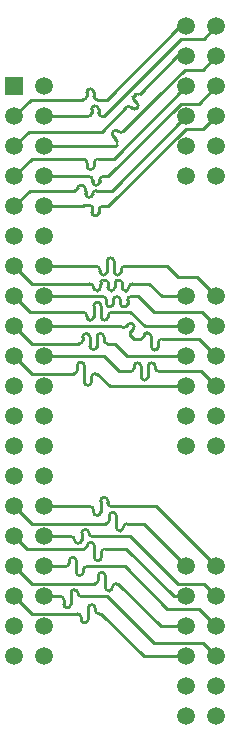
<source format=gbr>
%TF.GenerationSoftware,KiCad,Pcbnew,6.0.4-6f826c9f35~116~ubuntu20.04.1*%
%TF.CreationDate,2022-04-22T17:38:49+02:00*%
%TF.ProjectId,Pmod-Alinx,506d6f64-2d41-46c6-996e-782e6b696361,rev?*%
%TF.SameCoordinates,Original*%
%TF.FileFunction,Copper,L1,Top*%
%TF.FilePolarity,Positive*%
%FSLAX46Y46*%
G04 Gerber Fmt 4.6, Leading zero omitted, Abs format (unit mm)*
G04 Created by KiCad (PCBNEW 6.0.4-6f826c9f35~116~ubuntu20.04.1) date 2022-04-22 17:38:49*
%MOMM*%
%LPD*%
G01*
G04 APERTURE LIST*
%TA.AperFunction,ComponentPad*%
%ADD10C,1.500000*%
%TD*%
%TA.AperFunction,ComponentPad*%
%ADD11R,1.500000X1.500000*%
%TD*%
%TA.AperFunction,Conductor*%
%ADD12C,0.250000*%
%TD*%
G04 APERTURE END LIST*
D10*
%TO.P,U1,1,VCC*%
%TO.N,/Pmod2_6*%
X128730000Y-79650000D03*
%TO.P,U1,2,GND*%
%TO.N,/Pmod2_4*%
X128730000Y-82190000D03*
%TO.P,U1,3,1*%
%TO.N,/Pmod2_2*%
X128730000Y-84730000D03*
%TO.P,U1,4,2*%
%TO.N,/Pmod2_0*%
X128730000Y-87270000D03*
%TO.P,U1,5,3*%
%TO.N,GND*%
X128730000Y-89810000D03*
%TO.P,U1,6,4*%
%TO.N,+3V3*%
X128730000Y-92350000D03*
%TO.P,U1,7,5*%
X131270000Y-92350000D03*
%TO.P,U1,8,6*%
%TO.N,GND*%
X131270000Y-89810000D03*
%TO.P,U1,9,7*%
%TO.N,/Pmod2_1*%
X131270000Y-87270000D03*
%TO.P,U1,10,8*%
%TO.N,/Pmod2_3*%
X131270000Y-84730000D03*
%TO.P,U1,11,GND*%
%TO.N,/Pmod2_5*%
X131270000Y-82190000D03*
%TO.P,U1,12,VCC*%
%TO.N,/Pmod2_7*%
X131270000Y-79650000D03*
%TD*%
%TO.P,U2,1,VCC*%
%TO.N,/Pmod3_6*%
X128730000Y-102510000D03*
%TO.P,U2,2,GND*%
%TO.N,/Pmod3_4*%
X128730000Y-105050000D03*
%TO.P,U2,3,1*%
%TO.N,/Pmod3_2*%
X128730000Y-107590000D03*
%TO.P,U2,4,2*%
%TO.N,/Pmod3_0*%
X128730000Y-110130000D03*
%TO.P,U2,5,3*%
%TO.N,GND*%
X128730000Y-112670000D03*
%TO.P,U2,6,4*%
%TO.N,+3V3*%
X128730000Y-115210000D03*
%TO.P,U2,7,5*%
X131270000Y-115210000D03*
%TO.P,U2,8,6*%
%TO.N,GND*%
X131270000Y-112670000D03*
%TO.P,U2,9,7*%
%TO.N,/Pmod3_1*%
X131270000Y-110130000D03*
%TO.P,U2,10,8*%
%TO.N,/Pmod3_3*%
X131270000Y-107590000D03*
%TO.P,U2,11,GND*%
%TO.N,/Pmod3_5*%
X131270000Y-105050000D03*
%TO.P,U2,12,VCC*%
%TO.N,/Pmod3_7*%
X131270000Y-102510000D03*
%TD*%
D11*
%TO.P,U4,1,GND*%
%TO.N,GND*%
X114170000Y-61870000D03*
D10*
%TO.P,U4,2,VCC_5V*%
%TO.N,unconnected-(U4-Pad2)*%
X116710000Y-61870000D03*
%TO.P,U4,3,IO2_1N*%
%TO.N,/Pmod1_6*%
X114170000Y-64410000D03*
%TO.P,U4,4,IO2_1P*%
%TO.N,/Pmod1_7*%
X116710000Y-64410000D03*
%TO.P,U4,5,IO2_2N*%
%TO.N,/Pmod1_4*%
X114170000Y-66950000D03*
%TO.P,U4,6,IO2_2P*%
%TO.N,/Pmod1_5*%
X116710000Y-66950000D03*
%TO.P,U4,7,IO2_3N*%
%TO.N,/Pmod1_2*%
X114170000Y-69490000D03*
%TO.P,U4,8,IO2_3P*%
%TO.N,/Pmod1_3*%
X116710000Y-69490000D03*
%TO.P,U4,9,IO2_4N*%
%TO.N,/Pmod1_0*%
X114170000Y-72030000D03*
%TO.P,U4,10,IO2_4P*%
%TO.N,/Pmod1_1*%
X116710000Y-72030000D03*
%TO.P,U4,11,IO2_5N*%
%TO.N,unconnected-(U4-Pad11)*%
X114170000Y-74570000D03*
%TO.P,U4,12,IO2_5P*%
%TO.N,unconnected-(U4-Pad12)*%
X116710000Y-74570000D03*
%TO.P,U4,13,IO2_6N*%
%TO.N,/Pmod2_6*%
X114170000Y-77110000D03*
%TO.P,U4,14,IO2_6P*%
%TO.N,/Pmod2_7*%
X116710000Y-77110000D03*
%TO.P,U4,15,IO2_7N*%
%TO.N,/Pmod2_4*%
X114170000Y-79650000D03*
%TO.P,U4,16,IO2_7P*%
%TO.N,/Pmod2_5*%
X116710000Y-79650000D03*
%TO.P,U4,17,IO2_8N*%
%TO.N,/Pmod2_2*%
X114170000Y-82190000D03*
%TO.P,U4,18,IO2_8P*%
%TO.N,/Pmod2_3*%
X116710000Y-82190000D03*
%TO.P,U4,19,IO2_9N*%
%TO.N,/Pmod2_0*%
X114170000Y-84730000D03*
%TO.P,U4,20,IO2_9P*%
%TO.N,/Pmod2_1*%
X116710000Y-84730000D03*
%TO.P,U4,21,IO2_10N*%
%TO.N,unconnected-(U4-Pad21)*%
X114170000Y-87270000D03*
%TO.P,U4,22,IO2_10P*%
%TO.N,unconnected-(U4-Pad22)*%
X116710000Y-87270000D03*
%TO.P,U4,23,IO2_11N*%
%TO.N,unconnected-(U4-Pad23)*%
X114170000Y-89810000D03*
%TO.P,U4,24,IO2_11P*%
%TO.N,unconnected-(U4-Pad24)*%
X116710000Y-89810000D03*
%TO.P,U4,25,IO2_12N*%
%TO.N,unconnected-(U4-Pad25)*%
X114170000Y-92350000D03*
%TO.P,U4,26,IO2_12P*%
%TO.N,unconnected-(U4-Pad26)*%
X116710000Y-92350000D03*
%TO.P,U4,27,IO2_13N*%
%TO.N,unconnected-(U4-Pad27)*%
X114170000Y-94890000D03*
%TO.P,U4,28,IO2_13P*%
%TO.N,unconnected-(U4-Pad28)*%
X116710000Y-94890000D03*
%TO.P,U4,29,IO2_14N*%
%TO.N,/Pmod3_6*%
X114170000Y-97430000D03*
%TO.P,U4,30,IO2_14P*%
%TO.N,/Pmod3_7*%
X116710000Y-97430000D03*
%TO.P,U4,31,IO2_15N*%
%TO.N,/Pmod3_4*%
X114170000Y-99970000D03*
%TO.P,U4,32,IO2_15P*%
%TO.N,/Pmod3_5*%
X116710000Y-99970000D03*
%TO.P,U4,33,IO2_16N*%
%TO.N,/Pmod3_2*%
X114170000Y-102510000D03*
%TO.P,U4,34,IO2_16P*%
%TO.N,/Pmod3_3*%
X116710000Y-102510000D03*
%TO.P,U4,35,IO2_17N*%
%TO.N,/Pmod3_0*%
X114170000Y-105050000D03*
%TO.P,U4,36,IO2_17P*%
%TO.N,/Pmod3_1*%
X116710000Y-105050000D03*
%TO.P,U4,37,GND*%
%TO.N,GND*%
X114170000Y-107590000D03*
%TO.P,U4,38,GND*%
X116710000Y-107590000D03*
%TO.P,U4,39,VCC_33*%
%TO.N,+3V3*%
X114170000Y-110130000D03*
%TO.P,U4,40,VCC_33*%
X116710000Y-110130000D03*
%TD*%
%TO.P,U3,1,VCC*%
%TO.N,/Pmod1_6*%
X128730000Y-56790000D03*
%TO.P,U3,2,GND*%
%TO.N,/Pmod1_4*%
X128730000Y-59330000D03*
%TO.P,U3,3,1*%
%TO.N,/Pmod1_2*%
X128730000Y-61870000D03*
%TO.P,U3,4,2*%
%TO.N,/Pmod1_0*%
X128730000Y-64410000D03*
%TO.P,U3,5,3*%
%TO.N,GND*%
X128730000Y-66950000D03*
%TO.P,U3,6,4*%
%TO.N,+3V3*%
X128730000Y-69490000D03*
%TO.P,U3,7,5*%
X131270000Y-69490000D03*
%TO.P,U3,8,6*%
%TO.N,GND*%
X131270000Y-66950000D03*
%TO.P,U3,9,7*%
%TO.N,/Pmod1_1*%
X131270000Y-64410000D03*
%TO.P,U3,10,8*%
%TO.N,/Pmod1_3*%
X131270000Y-61870000D03*
%TO.P,U3,11,GND*%
%TO.N,/Pmod1_5*%
X131270000Y-59330000D03*
%TO.P,U3,12,VCC*%
%TO.N,/Pmod1_7*%
X131270000Y-56790000D03*
%TD*%
D12*
%TO.N,/Pmod1_0*%
X120800000Y-70982034D02*
X120800000Y-70982033D01*
X115500000Y-70700000D02*
X119300000Y-70700000D01*
X122440000Y-70700000D02*
X128730000Y-64410000D01*
X120200000Y-70700000D02*
X120200000Y-70982034D01*
X119764066Y-70235933D02*
X119900000Y-70235933D01*
X120132033Y-70700000D02*
X120200000Y-70700000D01*
X121082033Y-70700000D02*
X122350000Y-70700000D01*
X122350000Y-70700000D02*
X122440000Y-70700000D01*
X120482033Y-71264067D02*
X120517967Y-71264067D01*
X119532033Y-70467967D02*
X119532033Y-70467966D01*
X114170000Y-72030000D02*
X115500000Y-70700000D01*
X120132033Y-70467966D02*
X120132033Y-70467967D01*
X120132033Y-70467967D02*
X120132033Y-70700000D01*
X120482033Y-71264000D02*
G75*
G02*
X120200000Y-70982034I-33J282000D01*
G01*
X120132067Y-70467966D02*
G75*
G03*
X119900000Y-70235933I-232067J-34D01*
G01*
X119532000Y-70467967D02*
G75*
G02*
X119300000Y-70700000I-232000J-33D01*
G01*
X121082033Y-70700000D02*
G75*
G03*
X120800000Y-70982033I-33J-282000D01*
G01*
X119764066Y-70235933D02*
G75*
G03*
X119532033Y-70467966I34J-232067D01*
G01*
X120800067Y-70982034D02*
G75*
G02*
X120517967Y-71264067I-282067J34D01*
G01*
%TO.N,/Pmod1_2*%
X121224511Y-68024511D02*
X122575489Y-68024511D01*
X115635489Y-68024511D02*
X120024511Y-68024511D01*
X120324511Y-68324511D02*
X120324511Y-68623899D01*
X120924511Y-68623899D02*
X120924511Y-68324511D01*
X114170000Y-69490000D02*
X115635489Y-68024511D01*
X122575489Y-68024511D02*
X128730000Y-61870000D01*
X120924499Y-68623899D02*
G75*
G02*
X120624511Y-68923899I-299999J-1D01*
G01*
X120324489Y-68324511D02*
G75*
G03*
X120024511Y-68024511I-299989J11D01*
G01*
X120624511Y-68923889D02*
G75*
G02*
X120324511Y-68623899I-11J299989D01*
G01*
X121224511Y-68024511D02*
G75*
G03*
X120924511Y-68324511I-11J-299989D01*
G01*
%TO.N,/Pmod1_4*%
X127970000Y-59330000D02*
X128730000Y-59330000D01*
X124622695Y-62501373D02*
X124622697Y-62501372D01*
X121600000Y-65700000D02*
X123650000Y-63650000D01*
X124568395Y-63295602D02*
X124198431Y-62925637D01*
X124198432Y-62749703D02*
X124446763Y-62501373D01*
X124074264Y-63650000D02*
X124144131Y-63719867D01*
X124798630Y-62501374D02*
X127970000Y-59330000D01*
X124798630Y-62501373D02*
X124798630Y-62501374D01*
X124198430Y-62749704D02*
X124198432Y-62749703D01*
X124622697Y-62501372D02*
X124622698Y-62501373D01*
X114170000Y-66950000D02*
X115420000Y-65700000D01*
X115420000Y-65700000D02*
X121600000Y-65700000D01*
X124568395Y-63295601D02*
X124568395Y-63295602D01*
X124568394Y-63719866D02*
G75*
G02*
X124144132Y-63719866I-212131J212131D01*
G01*
X124622694Y-62501374D02*
G75*
G03*
X124446764Y-62501374I-87965J-87961D01*
G01*
X124198460Y-62749734D02*
G75*
G03*
X124198431Y-62925637I87940J-87966D01*
G01*
X124568429Y-63295567D02*
G75*
G02*
X124568395Y-63719867I-212129J-212133D01*
G01*
X124798629Y-62501372D02*
G75*
G02*
X124622699Y-62501372I-87965J87961D01*
G01*
X124074263Y-63650001D02*
G75*
G03*
X123650001Y-63650001I-212131J-212131D01*
G01*
%TO.N,/Pmod1_6*%
X128210000Y-56790000D02*
X128730000Y-56790000D01*
X122000000Y-63000000D02*
X128210000Y-56790000D01*
X120900000Y-62372910D02*
X120900000Y-62700000D01*
X120300000Y-62700000D02*
X120300000Y-62372910D01*
X114170000Y-64410000D02*
X115580000Y-63000000D01*
X121200000Y-63000000D02*
X122000000Y-63000000D01*
X115580000Y-63000000D02*
X120000000Y-63000000D01*
X120300000Y-62700000D02*
G75*
G02*
X120000000Y-63000000I-300000J0D01*
G01*
X120899990Y-62372910D02*
G75*
G03*
X120600000Y-62072910I-299990J10D01*
G01*
X121200000Y-63000000D02*
G75*
G02*
X120900000Y-62700000I0J300000D01*
G01*
X120600000Y-62072900D02*
G75*
G03*
X120300000Y-62372910I0J-300000D01*
G01*
%TO.N,/Pmod1_7*%
X121739433Y-64410000D02*
X128284922Y-57864511D01*
X121310000Y-63810629D02*
X121310000Y-64110000D01*
X128284922Y-57864511D02*
X130195489Y-57864511D01*
X116710000Y-64410000D02*
X120410000Y-64410000D01*
X121610000Y-64410000D02*
X121660000Y-64410000D01*
X120710000Y-64110000D02*
X120710000Y-63810629D01*
X130195489Y-57864511D02*
X131270000Y-56790000D01*
X121660000Y-64410000D02*
X121739433Y-64410000D01*
X121010000Y-63510600D02*
G75*
G03*
X120710000Y-63810629I0J-300000D01*
G01*
X121610000Y-64410000D02*
G75*
G02*
X121310000Y-64110000I0J300000D01*
G01*
X121309971Y-63810629D02*
G75*
G03*
X121010000Y-63510629I-299971J29D01*
G01*
X120710000Y-64110000D02*
G75*
G02*
X120410000Y-64410000I-300000J0D01*
G01*
%TO.N,/Pmod1_5*%
X122423203Y-66950000D02*
X122423204Y-66950000D01*
X123403207Y-65677207D02*
X126359555Y-62720856D01*
X122715997Y-66949999D02*
X122715997Y-66950000D01*
X122766808Y-66313603D02*
X122544726Y-66091521D01*
X122968992Y-65667256D02*
X122978943Y-65677207D01*
X128580411Y-60500000D02*
X130100000Y-60500000D01*
X122968992Y-65667257D02*
X122968992Y-65667256D01*
X122715997Y-66950000D02*
X122847467Y-66818529D01*
X130100000Y-60500000D02*
X131270000Y-59330000D01*
X122701070Y-66379338D02*
X122766808Y-66313603D01*
X116710000Y-66950000D02*
X122130411Y-66950000D01*
X126359555Y-62720856D02*
X128580411Y-60500000D01*
X122847468Y-66525736D02*
X122847467Y-66525735D01*
X122847467Y-66525735D02*
X122701070Y-66379338D01*
X122847500Y-66525704D02*
G75*
G02*
X122847467Y-66818529I-146400J-146396D01*
G01*
X123403206Y-65677206D02*
G75*
G02*
X122978944Y-65677206I-212131J212131D01*
G01*
X122544738Y-65667269D02*
G75*
G03*
X122544727Y-66091520I212162J-212131D01*
G01*
X122715997Y-66949999D02*
G75*
G02*
X122423204Y-66950000I-146397J146399D01*
G01*
X122968991Y-65667258D02*
G75*
G03*
X122544727Y-65667258I-212132J-212130D01*
G01*
X122423202Y-66950001D02*
G75*
G03*
X122130412Y-66950001I-146395J-146396D01*
G01*
%TO.N,/Pmod1_3*%
X116710000Y-69490000D02*
X120490000Y-69490000D01*
X122130411Y-69490000D02*
X128284922Y-63335489D01*
X121390000Y-69940000D02*
X121390000Y-69790000D01*
X121690000Y-69490000D02*
X121740000Y-69490000D01*
X121740000Y-69490000D02*
X122130411Y-69490000D01*
X128284922Y-63335489D02*
X129804511Y-63335489D01*
X120790000Y-69790000D02*
X120790000Y-69940000D01*
X129804511Y-63335489D02*
X131270000Y-61870000D01*
X121390000Y-69940000D02*
G75*
G02*
X121090000Y-70240000I-300000J0D01*
G01*
X121690000Y-69490000D02*
G75*
G03*
X121390000Y-69790000I0J-300000D01*
G01*
X121090000Y-70240000D02*
G75*
G02*
X120790000Y-69940000I0J300000D01*
G01*
X120790000Y-69790000D02*
G75*
G03*
X120490000Y-69490000I-300000J0D01*
G01*
%TO.N,/Pmod1_1*%
X120720000Y-72030000D02*
X120720000Y-72545781D01*
X116710000Y-72030000D02*
X119970000Y-72030000D01*
X130180000Y-65500000D02*
X131270000Y-64410000D01*
X120627890Y-72030000D02*
X120720000Y-72030000D01*
X120085780Y-71914219D02*
X120570000Y-71914219D01*
X120627890Y-71972110D02*
X120627890Y-72030000D01*
X122130411Y-72030000D02*
X128660411Y-65500000D01*
X120627890Y-71972109D02*
X120627890Y-71972110D01*
X121320000Y-72545781D02*
X121320000Y-72330000D01*
X121620000Y-72030000D02*
X122130411Y-72030000D01*
X120027890Y-71972110D02*
X120027890Y-71972109D01*
X128660411Y-65500000D02*
X130180000Y-65500000D01*
X121020000Y-72845800D02*
G75*
G02*
X120720000Y-72545781I0J300000D01*
G01*
X120627881Y-71972109D02*
G75*
G03*
X120570000Y-71914219I-57881J9D01*
G01*
X121620000Y-72030000D02*
G75*
G03*
X121320000Y-72330000I0J-300000D01*
G01*
X120027900Y-71972110D02*
G75*
G02*
X119970000Y-72030000I-57900J10D01*
G01*
X120085780Y-71914190D02*
G75*
G03*
X120027890Y-71972109I20J-57910D01*
G01*
X121319981Y-72545781D02*
G75*
G02*
X121020000Y-72845781I-299981J-19D01*
G01*
%TO.N,/Pmod2_0*%
X120695489Y-86895489D02*
X120695489Y-86495489D01*
X120095489Y-85495489D02*
X120095489Y-85895489D01*
X115635489Y-86195489D02*
X119195489Y-86195489D01*
X114170000Y-84730000D02*
X115635489Y-86195489D01*
X120995489Y-86195489D02*
X121195489Y-86195489D01*
X122270000Y-87270000D02*
X128730000Y-87270000D01*
X120095489Y-85895489D02*
X120095489Y-86895489D01*
X119495489Y-85895489D02*
X119495489Y-85495489D01*
X121195489Y-86195489D02*
X122270000Y-87270000D01*
X120995489Y-86195489D02*
G75*
G03*
X120695489Y-86495489I11J-300011D01*
G01*
X120395489Y-87195511D02*
G75*
G02*
X120095489Y-86895489I11J300011D01*
G01*
X119795489Y-85195489D02*
G75*
G03*
X119495489Y-85495489I11J-300011D01*
G01*
X120100000Y-85500000D02*
G75*
G03*
X119800000Y-85200000I-300000J0D01*
G01*
X119495489Y-85895489D02*
G75*
G02*
X119195489Y-86195489I-299989J-11D01*
G01*
X120695489Y-86895489D02*
G75*
G02*
X120395489Y-87195489I-299989J-11D01*
G01*
%TO.N,/Pmod2_2*%
X115635489Y-83655489D02*
X119655489Y-83655489D01*
X114170000Y-82190000D02*
X115635489Y-83655489D01*
X120790316Y-84125143D02*
X120920662Y-84125143D01*
X122655489Y-83655489D02*
X123730000Y-84730000D01*
X121155489Y-83655489D02*
X121155489Y-83085835D01*
X120555489Y-83085835D02*
X120555489Y-83355489D01*
X123730000Y-84730000D02*
X128730000Y-84730000D01*
X122055489Y-83655489D02*
X122655489Y-83655489D01*
X120555489Y-83355489D02*
X120555489Y-83890316D01*
X121155489Y-83890316D02*
X121155489Y-83655489D01*
X121755489Y-83085835D02*
X121755489Y-83355489D01*
X119955489Y-83355489D02*
X119955489Y-83085835D01*
X119955489Y-83355489D02*
G75*
G02*
X119655489Y-83655489I-299989J-11D01*
G01*
X121455489Y-82785789D02*
G75*
G03*
X121155489Y-83085835I11J-300011D01*
G01*
X121155543Y-83890316D02*
G75*
G02*
X120920662Y-84125143I-234843J16D01*
G01*
X122055489Y-83655511D02*
G75*
G02*
X121755489Y-83355489I11J300011D01*
G01*
X120790316Y-84125111D02*
G75*
G02*
X120555489Y-83890316I-16J234811D01*
G01*
X121755465Y-83085835D02*
G75*
G03*
X121455489Y-82785835I-299965J35D01*
G01*
X120255489Y-82785789D02*
G75*
G03*
X119955489Y-83085835I11J-300011D01*
G01*
X120555465Y-83085835D02*
G75*
G03*
X120255489Y-82785835I-299965J35D01*
G01*
%TO.N,/Pmod2_4*%
X115520000Y-81000000D02*
X120000000Y-81000000D01*
X114170000Y-79650000D02*
X115520000Y-81000000D01*
X122400000Y-81000000D02*
X123650000Y-81000000D01*
X120900000Y-81369666D02*
X120900000Y-81300000D01*
X123650000Y-81000000D02*
X124000000Y-81000000D01*
X122100000Y-81369666D02*
X122100000Y-81300000D01*
X120900000Y-81300000D02*
X120900000Y-80430334D01*
X121500000Y-81000000D02*
X121500000Y-81369666D01*
X121500000Y-80430334D02*
X121500000Y-81000000D01*
X120300000Y-81300000D02*
X120300000Y-81369666D01*
X124000000Y-81000000D02*
X125190000Y-82190000D01*
X125190000Y-82190000D02*
X128730000Y-82190000D01*
X122099966Y-81369666D02*
G75*
G02*
X121800000Y-81669666I-299966J-34D01*
G01*
X121200000Y-80130300D02*
G75*
G03*
X120900000Y-80430334I0J-300000D01*
G01*
X120600000Y-81669700D02*
G75*
G02*
X120300000Y-81369666I0J300000D01*
G01*
X121499966Y-80430334D02*
G75*
G03*
X121200000Y-80130334I-299966J34D01*
G01*
X122400000Y-81000000D02*
G75*
G03*
X122100000Y-81300000I0J-300000D01*
G01*
X121800000Y-81669700D02*
G75*
G02*
X121500000Y-81369666I0J300000D01*
G01*
X120899966Y-81369666D02*
G75*
G02*
X120600000Y-81669666I-299966J-34D01*
G01*
X120300000Y-81300000D02*
G75*
G03*
X120000000Y-81000000I-300000J0D01*
G01*
%TO.N,/Pmod2_6*%
X121461406Y-78861406D02*
X121461406Y-78575489D01*
X122836406Y-78253655D02*
X123114572Y-78253655D01*
X122361406Y-79147323D02*
X122389572Y-79147323D01*
X115635489Y-78575489D02*
X120575489Y-78575489D01*
X124161406Y-78575489D02*
X125575489Y-78575489D01*
X121461406Y-78575489D02*
X121475489Y-78575489D01*
X123275489Y-78414572D02*
X123275489Y-78575489D01*
X122075489Y-78575489D02*
X122075489Y-78861406D01*
X126650000Y-79650000D02*
X128730000Y-79650000D01*
X122675489Y-78575489D02*
X122675489Y-78414572D01*
X114170000Y-77110000D02*
X115635489Y-78575489D01*
X121475489Y-78575489D02*
X121475489Y-78414572D01*
X121147323Y-79147323D02*
X121175489Y-79147323D01*
X122675489Y-78861406D02*
X122675489Y-78575489D01*
X123561406Y-79147323D02*
X123589572Y-79147323D01*
X121636406Y-78253655D02*
X121914572Y-78253655D01*
X125575489Y-78575489D02*
X126650000Y-79650000D01*
X123275489Y-78575489D02*
X123275489Y-78861406D01*
X122075489Y-78414572D02*
X122075489Y-78575489D01*
X121147323Y-79147294D02*
G75*
G02*
X120861406Y-78861406I-23J285894D01*
G01*
X123875523Y-78861406D02*
G75*
G02*
X123589572Y-79147323I-285923J6D01*
G01*
X123275545Y-78414572D02*
G75*
G03*
X123114572Y-78253655I-160945J-28D01*
G01*
X121461423Y-78861406D02*
G75*
G02*
X121175489Y-79147323I-285923J6D01*
G01*
X122836406Y-78253689D02*
G75*
G03*
X122675489Y-78414572I-6J-160911D01*
G01*
X122361406Y-79147311D02*
G75*
G02*
X122075489Y-78861406I-6J285911D01*
G01*
X124161406Y-78575489D02*
G75*
G03*
X123875489Y-78861406I-6J-285911D01*
G01*
X120861411Y-78861406D02*
G75*
G03*
X120575489Y-78575489I-285911J6D01*
G01*
X122675523Y-78861406D02*
G75*
G02*
X122389572Y-79147323I-285923J6D01*
G01*
X122075545Y-78414572D02*
G75*
G03*
X121914572Y-78253655I-160945J-28D01*
G01*
X121636406Y-78253689D02*
G75*
G03*
X121475489Y-78414572I-6J-160911D01*
G01*
X123561406Y-79147311D02*
G75*
G02*
X123275489Y-78861406I-6J285911D01*
G01*
%TO.N,/Pmod2_7*%
X122010000Y-77546333D02*
X122010000Y-77410000D01*
X123510000Y-77110000D02*
X125187831Y-77110000D01*
X122010000Y-77410000D02*
X122010000Y-76673667D01*
X122610000Y-76673667D02*
X122610000Y-77110000D01*
X121410000Y-77410000D02*
X121410000Y-77546333D01*
X122610000Y-77110000D02*
X122610000Y-77546333D01*
X123210000Y-77546333D02*
X123210000Y-77410000D01*
X125187831Y-77110000D02*
X127110000Y-77110000D01*
X127110000Y-77110000D02*
X128000000Y-78000000D01*
X116710000Y-77110000D02*
X121110000Y-77110000D01*
X129620000Y-78000000D02*
X131270000Y-79650000D01*
X128000000Y-78000000D02*
X129620000Y-78000000D01*
X121410000Y-77410000D02*
G75*
G03*
X121110000Y-77110000I-300000J0D01*
G01*
X122610033Y-76673667D02*
G75*
G03*
X122310000Y-76373667I-300033J-33D01*
G01*
X122910000Y-77846300D02*
G75*
G02*
X122610000Y-77546333I0J300000D01*
G01*
X121710000Y-77846300D02*
G75*
G02*
X121410000Y-77546333I0J300000D01*
G01*
X122010033Y-77546333D02*
G75*
G02*
X121710000Y-77846333I-300033J33D01*
G01*
X122310000Y-76373700D02*
G75*
G03*
X122010000Y-76673667I0J-300000D01*
G01*
X123210033Y-77546333D02*
G75*
G02*
X122910000Y-77846333I-300033J33D01*
G01*
X123510000Y-77110000D02*
G75*
G03*
X123210000Y-77410000I0J-300000D01*
G01*
%TO.N,/Pmod2_5*%
X124050000Y-79650000D02*
X124100000Y-79650000D01*
X121950000Y-79950000D02*
X121950000Y-80250000D01*
X122550000Y-80250000D02*
X122550000Y-79950000D01*
X124650000Y-79650000D02*
X126000000Y-81000000D01*
X123750000Y-80250000D02*
X123750000Y-79950000D01*
X124100000Y-79650000D02*
X124650000Y-79650000D01*
X123150000Y-79950000D02*
X123150000Y-80250000D01*
X126000000Y-81000000D02*
X130080000Y-81000000D01*
X116710000Y-79650000D02*
X121650000Y-79650000D01*
X130080000Y-81000000D02*
X131270000Y-82190000D01*
X122850000Y-79650000D02*
G75*
G03*
X122550000Y-79950000I0J-300000D01*
G01*
X123750000Y-80250000D02*
G75*
G02*
X123450000Y-80550000I-300000J0D01*
G01*
X121950000Y-79950000D02*
G75*
G03*
X121650000Y-79650000I-300000J0D01*
G01*
X122250000Y-80550000D02*
G75*
G02*
X121950000Y-80250000I0J300000D01*
G01*
X122550000Y-80250000D02*
G75*
G02*
X122250000Y-80550000I-300000J0D01*
G01*
X123450000Y-80550000D02*
G75*
G02*
X123150000Y-80250000I0J300000D01*
G01*
X124050000Y-79650000D02*
G75*
G03*
X123750000Y-79950000I0J-300000D01*
G01*
X123150000Y-79950000D02*
G75*
G03*
X122850000Y-79650000I-300000J0D01*
G01*
%TO.N,/Pmod2_3*%
X125729146Y-82999876D02*
X125729146Y-83264511D01*
X124236003Y-82416790D02*
X124038527Y-82614263D01*
X123614265Y-82189999D02*
X123614264Y-82190000D01*
X125729146Y-83264511D02*
X125764511Y-83264511D01*
X124236002Y-82416791D02*
X124236003Y-82416790D01*
X125393781Y-82735240D02*
X125464511Y-82735240D01*
X125729146Y-82999875D02*
X125729146Y-82999876D01*
X129804511Y-83264511D02*
X131270000Y-84730000D01*
X126364511Y-83893782D02*
X126364511Y-83564511D01*
X125129146Y-82999876D02*
X125129146Y-82999875D01*
X123614264Y-82190000D02*
X123811739Y-81992526D01*
X126664511Y-83264511D02*
X129594860Y-83264511D01*
X116710000Y-82190000D02*
X123190000Y-82190000D01*
X124038527Y-83038527D02*
X124038528Y-83038528D01*
X124038528Y-83038528D02*
X124264511Y-83264511D01*
X124264511Y-83264511D02*
X124864511Y-83264511D01*
X125764511Y-83264511D02*
X125764511Y-83893782D01*
X129594860Y-83264511D02*
X129804511Y-83264511D01*
X126664511Y-83264511D02*
G75*
G03*
X126364511Y-83564511I-11J-299989D01*
G01*
X124038522Y-83038532D02*
G75*
G02*
X124038527Y-82614263I212178J212132D01*
G01*
X123614232Y-82189967D02*
G75*
G02*
X123190000Y-82190000I-212132J212067D01*
G01*
X126064511Y-84193789D02*
G75*
G02*
X125764511Y-83893782I-11J299989D01*
G01*
X124236044Y-82416833D02*
G75*
G03*
X124236003Y-81992526I-212144J212133D01*
G01*
X125129111Y-82999876D02*
G75*
G02*
X124864511Y-83264511I-264611J-24D01*
G01*
X124236002Y-81992527D02*
G75*
G03*
X123811740Y-81992527I-212131J-212131D01*
G01*
X126364482Y-83893782D02*
G75*
G02*
X126064511Y-84193782I-299982J-18D01*
G01*
X125729160Y-82999875D02*
G75*
G03*
X125464511Y-82735240I-264660J-25D01*
G01*
X125393781Y-82735246D02*
G75*
G03*
X125129146Y-82999875I19J-264654D01*
G01*
%TO.N,/Pmod2_1*%
X124900000Y-85700000D02*
X124900000Y-86436333D01*
X124900000Y-85563667D02*
X124900000Y-85700000D01*
X125500000Y-86000000D02*
X125500000Y-85563667D01*
X130000000Y-86000000D02*
X131270000Y-87270000D01*
X126100000Y-85563667D02*
X126100000Y-85700000D01*
X126400000Y-86000000D02*
X128700680Y-86000000D01*
X123000000Y-86000000D02*
X124000000Y-86000000D01*
X121730000Y-84730000D02*
X123000000Y-86000000D01*
X125500000Y-86436333D02*
X125500000Y-86000000D01*
X124300000Y-85700000D02*
X124300000Y-85563667D01*
X116710000Y-84730000D02*
X121730000Y-84730000D01*
X128700680Y-86000000D02*
X130000000Y-86000000D01*
X124300000Y-85700000D02*
G75*
G02*
X124000000Y-86000000I-300000J0D01*
G01*
X125800000Y-85263700D02*
G75*
G03*
X125500000Y-85563667I0J-300000D01*
G01*
X125500033Y-86436333D02*
G75*
G02*
X125200000Y-86736333I-300033J33D01*
G01*
X126400000Y-86000000D02*
G75*
G02*
X126100000Y-85700000I0J300000D01*
G01*
X124600000Y-85263700D02*
G75*
G03*
X124300000Y-85563667I0J-300000D01*
G01*
X125200000Y-86736300D02*
G75*
G02*
X124900000Y-86436333I0J300000D01*
G01*
X124900033Y-85563667D02*
G75*
G03*
X124600000Y-85263667I-300033J-33D01*
G01*
X126100033Y-85563667D02*
G75*
G03*
X125800000Y-85263667I-300033J-33D01*
G01*
%TO.N,/Pmod3_0*%
X120415489Y-106992563D02*
X120415489Y-106815489D01*
X125130000Y-110130000D02*
X128730000Y-110130000D01*
X115635489Y-106515489D02*
X119515489Y-106515489D01*
X121515489Y-106515489D02*
X125130000Y-110130000D01*
X120415489Y-106815489D02*
X120415489Y-106038415D01*
X121015489Y-106038415D02*
X121015489Y-106215489D01*
X121315489Y-106515489D02*
X121515489Y-106515489D01*
X119815489Y-106815489D02*
X119815489Y-106992563D01*
X114170000Y-105050000D02*
X115635489Y-106515489D01*
X119815511Y-106815489D02*
G75*
G03*
X119515489Y-106515489I-300011J-11D01*
G01*
X121015485Y-106038415D02*
G75*
G03*
X120715489Y-105738415I-299985J15D01*
G01*
X120715489Y-105738389D02*
G75*
G03*
X120415489Y-106038415I11J-300011D01*
G01*
X120115489Y-107292611D02*
G75*
G02*
X119815489Y-106992563I11J300011D01*
G01*
X120415463Y-106992563D02*
G75*
G02*
X120115489Y-107292563I-299963J-37D01*
G01*
X121315489Y-106515511D02*
G75*
G02*
X121015489Y-106215489I11J300011D01*
G01*
%TO.N,/Pmod3_2*%
X114170000Y-102510000D02*
X115635489Y-103975489D01*
X115635489Y-103975489D02*
X120975489Y-103975489D01*
X121875489Y-103675489D02*
X121875489Y-104264031D01*
X126590000Y-107590000D02*
X128730000Y-107590000D01*
X122164030Y-104552572D02*
X122186948Y-104552572D01*
X122475489Y-104264031D02*
X122475489Y-104264030D01*
X122764030Y-103975489D02*
X122975489Y-103975489D01*
X121275489Y-103675489D02*
X121275489Y-103298406D01*
X121875489Y-103298406D02*
X121875489Y-103675489D01*
X122975489Y-103975489D02*
X126590000Y-107590000D01*
X122164030Y-104552511D02*
G75*
G02*
X121875489Y-104264031I-30J288511D01*
G01*
X122764030Y-103975489D02*
G75*
G03*
X122475489Y-104264030I-30J-288511D01*
G01*
X121875494Y-103298406D02*
G75*
G03*
X121575489Y-102998406I-299994J6D01*
G01*
X121275489Y-103675489D02*
G75*
G02*
X120975489Y-103975489I-299989J-11D01*
G01*
X122475472Y-104264031D02*
G75*
G02*
X122186948Y-104552572I-288572J31D01*
G01*
X121575489Y-102998389D02*
G75*
G03*
X121275489Y-103298406I11J-300011D01*
G01*
%TO.N,/Pmod3_4*%
X114170000Y-99970000D02*
X115244511Y-101044511D01*
X123663851Y-101044511D02*
X127669340Y-105050000D01*
X127669340Y-105050000D02*
X128730000Y-105050000D01*
X120933061Y-100755960D02*
X120933061Y-100755961D01*
X121844511Y-101044511D02*
X123663851Y-101044511D01*
X120933061Y-101044511D02*
X120944511Y-101044511D01*
X121544511Y-101721612D02*
X121544511Y-101344511D01*
X120333061Y-100755961D02*
X120333061Y-100755960D01*
X120621611Y-100467410D02*
X120644511Y-100467410D01*
X120933061Y-100755961D02*
X120933061Y-101044511D01*
X115244511Y-101044511D02*
X120044511Y-101044511D01*
X120944511Y-101044511D02*
X120944511Y-101721612D01*
X121544512Y-101721612D02*
G75*
G02*
X121244511Y-102021612I-300012J12D01*
G01*
X120333011Y-100755961D02*
G75*
G02*
X120044511Y-101044511I-288511J-39D01*
G01*
X121844511Y-101044511D02*
G75*
G03*
X121544511Y-101344511I-11J-299989D01*
G01*
X120933090Y-100755960D02*
G75*
G03*
X120644511Y-100467410I-288590J-40D01*
G01*
X121244511Y-102021589D02*
G75*
G02*
X120944511Y-101721612I-11J299989D01*
G01*
X120621611Y-100467461D02*
G75*
G03*
X120333061Y-100755960I-11J-288539D01*
G01*
%TO.N,/Pmod3_6*%
X123395489Y-99184031D02*
X123395489Y-99184030D01*
X114170000Y-97430000D02*
X115635489Y-98895489D01*
X123684030Y-98895489D02*
X124869478Y-98895489D01*
X122795489Y-98595489D02*
X122795489Y-99184031D01*
X125115489Y-98895489D02*
X128730000Y-102510000D01*
X115635489Y-98895489D02*
X121895489Y-98895489D01*
X124869478Y-98895489D02*
X125115489Y-98895489D01*
X122795489Y-98218406D02*
X122795489Y-98595489D01*
X123084030Y-99472572D02*
X123106948Y-99472572D01*
X122195489Y-98595489D02*
X122195489Y-98218406D01*
X123395472Y-99184031D02*
G75*
G02*
X123106948Y-99472572I-288572J31D01*
G01*
X122195489Y-98595489D02*
G75*
G02*
X121895489Y-98895489I-299989J-11D01*
G01*
X123684030Y-98895489D02*
G75*
G03*
X123395489Y-99184030I-30J-288511D01*
G01*
X122795494Y-98218406D02*
G75*
G03*
X122495489Y-97918406I-299994J6D01*
G01*
X123084030Y-99472511D02*
G75*
G02*
X122795489Y-99184031I-30J288511D01*
G01*
X122495489Y-97918389D02*
G75*
G03*
X122195489Y-98218406I11J-300011D01*
G01*
%TO.N,/Pmod3_7*%
X120870000Y-97730000D02*
X120870000Y-97907093D01*
X116710000Y-97430000D02*
X120570000Y-97430000D01*
X126190000Y-97430000D02*
X131270000Y-102510000D01*
X121470000Y-97907093D02*
X121470000Y-97730000D01*
X122370000Y-97430000D02*
X126190000Y-97430000D01*
X122070000Y-96952907D02*
X122070000Y-97130000D01*
X121470000Y-97730000D02*
X121470000Y-96952907D01*
X121170000Y-98207100D02*
G75*
G02*
X120870000Y-97907093I0J300000D01*
G01*
X121770000Y-96652900D02*
G75*
G03*
X121470000Y-96952907I0J-300000D01*
G01*
X122370000Y-97430000D02*
G75*
G02*
X122070000Y-97130000I0J300000D01*
G01*
X122069993Y-96952907D02*
G75*
G03*
X121770000Y-96652907I-299993J7D01*
G01*
X120870000Y-97730000D02*
G75*
G03*
X120570000Y-97430000I-300000J0D01*
G01*
X121469993Y-97907093D02*
G75*
G02*
X121170000Y-98207093I-299993J-7D01*
G01*
%TO.N,/Pmod3_5*%
X119870000Y-99970000D02*
X119870000Y-99670000D01*
X123970000Y-99970000D02*
X128000000Y-104000000D01*
X120770000Y-99970000D02*
X121587271Y-99970000D01*
X116710000Y-99970000D02*
X118970000Y-99970000D01*
X121587271Y-99970000D02*
X123970000Y-99970000D01*
X128000000Y-104000000D02*
X128024511Y-103975489D01*
X119870000Y-100270000D02*
X119870000Y-99970000D01*
X130195489Y-103975489D02*
X131270000Y-105050000D01*
X128024511Y-103975489D02*
X130195489Y-103975489D01*
X120470000Y-99670000D02*
G75*
G03*
X120170000Y-99370000I-300000J0D01*
G01*
X119270000Y-100270000D02*
G75*
G03*
X118970000Y-99970000I-300000J0D01*
G01*
X120770000Y-99970000D02*
G75*
G02*
X120470000Y-99670000I0J300000D01*
G01*
X120170000Y-99370000D02*
G75*
G03*
X119870000Y-99670000I0J-300000D01*
G01*
X119570000Y-100570000D02*
G75*
G02*
X119270000Y-100270000I0J300000D01*
G01*
X119870000Y-100270000D02*
G75*
G02*
X119570000Y-100570000I-300000J0D01*
G01*
%TO.N,/Pmod3_3*%
X123510000Y-102510000D02*
X127124511Y-106124511D01*
X119410000Y-102210000D02*
X119410000Y-102987093D01*
X127124511Y-106124511D02*
X129804511Y-106124511D01*
X119410000Y-102032907D02*
X119410000Y-102210000D01*
X123405791Y-102510000D02*
X123510000Y-102510000D01*
X120010000Y-102987093D02*
X120010000Y-102810000D01*
X118810000Y-102210000D02*
X118810000Y-102032907D01*
X116710000Y-102510000D02*
X118510000Y-102510000D01*
X129804511Y-106124511D02*
X131270000Y-107590000D01*
X120310000Y-102510000D02*
X123405791Y-102510000D01*
X120310000Y-102510000D02*
G75*
G03*
X120010000Y-102810000I0J-300000D01*
G01*
X119409993Y-102032907D02*
G75*
G03*
X119110000Y-101732907I-299993J7D01*
G01*
X120009993Y-102987093D02*
G75*
G02*
X119710000Y-103287093I-299993J-7D01*
G01*
X119710000Y-103287100D02*
G75*
G02*
X119410000Y-102987093I0J300000D01*
G01*
X118810000Y-102210000D02*
G75*
G02*
X118510000Y-102510000I-300000J0D01*
G01*
X119110000Y-101732900D02*
G75*
G03*
X118810000Y-102032907I0J-300000D01*
G01*
%TO.N,/Pmod3_1*%
X116710000Y-105050000D02*
X118050000Y-105050000D01*
X119238546Y-104472907D02*
X119261454Y-104472907D01*
X126000000Y-109000000D02*
X130140000Y-109000000D01*
X130140000Y-109000000D02*
X131270000Y-110130000D01*
X119550000Y-104761453D02*
X119550000Y-104761454D01*
X118950000Y-105727093D02*
X118950000Y-105350000D01*
X118950000Y-105350000D02*
X118950000Y-104761453D01*
X122050000Y-105050000D02*
X126000000Y-109000000D01*
X118350000Y-105350000D02*
X118350000Y-105727093D01*
X121853395Y-105050000D02*
X122050000Y-105050000D01*
X119838546Y-105050000D02*
X121853395Y-105050000D01*
X119838546Y-105050000D02*
G75*
G02*
X119550000Y-104761454I-46J288500D01*
G01*
X118949993Y-105727093D02*
G75*
G02*
X118650000Y-106027093I-299993J-7D01*
G01*
X119238546Y-104473000D02*
G75*
G03*
X118950000Y-104761453I-46J-288500D01*
G01*
X119550093Y-104761453D02*
G75*
G03*
X119261454Y-104472907I-288593J-47D01*
G01*
X118650000Y-106027100D02*
G75*
G02*
X118350000Y-105727093I0J300000D01*
G01*
X118350000Y-105350000D02*
G75*
G03*
X118050000Y-105050000I-300000J0D01*
G01*
%TO.N,unconnected-(U4-Pad26)*%
X116710000Y-92350000D02*
X117250000Y-92350000D01*
%TD*%
M02*

</source>
